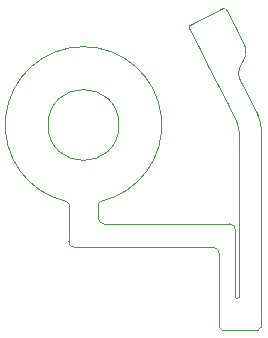
<source format=gbr>
%TF.GenerationSoftware,KiCad,Pcbnew,7.0.10*%
%TF.CreationDate,2024-11-13T10:28:54-08:00*%
%TF.ProjectId,ballBearingFPC241113,62616c6c-4265-4617-9269-6e6746504332,rev?*%
%TF.SameCoordinates,Original*%
%TF.FileFunction,Profile,NP*%
%FSLAX46Y46*%
G04 Gerber Fmt 4.6, Leading zero omitted, Abs format (unit mm)*
G04 Created by KiCad (PCBNEW 7.0.10) date 2024-11-13 10:28:54*
%MOMM*%
%LPD*%
G01*
G04 APERTURE LIST*
%TA.AperFunction,Profile*%
%ADD10C,0.100000*%
%TD*%
%TA.AperFunction,Profile*%
%ADD11C,0.050000*%
%TD*%
G04 APERTURE END LIST*
D10*
X13158881Y-1286532D02*
X13158881Y-286532D01*
X14997881Y-1286532D02*
X14997881Y-286532D01*
X14994422Y45599D02*
G75*
G03*
X14737644Y1088633I-1882022J89801D01*
G01*
X13318000Y3855600D02*
X14740400Y1087000D01*
X13495802Y5557399D02*
G75*
G03*
X13318001Y3855600I1189880J-984504D01*
G01*
X13495800Y5557400D02*
G75*
G03*
X13686239Y6791768I-938766J776708D01*
G01*
X12869057Y8395580D02*
X13686240Y6791768D01*
X13019266Y391365D02*
X12202083Y1995177D01*
X11384900Y3598989D02*
X12202083Y1995177D01*
X11384900Y3598989D02*
X10567717Y5202801D01*
X13158880Y-286532D02*
G75*
G03*
X13019265Y391365I-1715213J72D01*
G01*
X1750000Y-8168777D02*
X12358881Y-8168777D01*
X13158881Y-14366877D02*
X13158881Y-1286532D01*
X1250000Y-6475332D02*
X1250000Y-7668777D01*
X1407546Y-6279888D02*
G75*
G03*
X1250000Y-6475332I42454J-195442D01*
G01*
X11497881Y-10668777D02*
X11507000Y-15128400D01*
X13008881Y-14516881D02*
G75*
G03*
X13158881Y-14366877I19J149981D01*
G01*
X1407547Y-6279889D02*
G75*
G03*
X-1407546Y-6279889I-1407547J6479889D01*
G01*
X12858881Y-8668777D02*
X12858881Y-14366877D01*
X-750000Y-10168777D02*
X10997881Y-10168777D01*
X15007000Y-15128400D02*
X14997881Y-1286532D01*
X12858923Y-14366877D02*
G75*
G03*
X13008881Y-14516877I149977J-23D01*
G01*
X12858923Y-8668777D02*
G75*
G03*
X12358881Y-8168777I-500023J-23D01*
G01*
X9750534Y6806613D02*
X10567717Y5202801D01*
X-1250001Y-6475332D02*
G75*
G03*
X-1407546Y-6279891I-200000J-1D01*
G01*
X-1250000Y-9668777D02*
G75*
G03*
X-750000Y-10168777I500001J1D01*
G01*
X1250023Y-7668777D02*
G75*
G03*
X1750000Y-8168777I499977J-23D01*
G01*
X11497923Y-10668777D02*
G75*
G03*
X10997881Y-10168777I-500023J-23D01*
G01*
X3000000Y200000D02*
G75*
G03*
X-3000000Y200000I-3000000J0D01*
G01*
X-3000000Y200000D02*
G75*
G03*
X3000000Y200000I3000000J0D01*
G01*
X-1250000Y-6475332D02*
X-1250000Y-9668777D01*
X14997881Y-286532D02*
X14994400Y45600D01*
D11*
%TO.C,J5*%
X9750534Y6806613D02*
X8933351Y8410425D01*
X9020754Y8679425D02*
X11782874Y10086795D01*
X12051874Y9999392D02*
X12869057Y8395580D01*
X9020754Y8679425D02*
G75*
G03*
X8933351Y8410425I90800J-178202D01*
G01*
X12051873Y9999391D02*
G75*
G03*
X11782874Y10086794I-178201J-90797D01*
G01*
%TO.C,J1*%
X11507000Y-15128400D02*
X11507000Y-16928400D01*
X11707000Y-17128400D02*
X14807000Y-17128400D01*
X15007000Y-16928400D02*
X15007000Y-15128400D01*
X11507000Y-16928400D02*
G75*
G03*
X11707000Y-17128400I200001J1D01*
G01*
X14807000Y-17128400D02*
G75*
G03*
X15007000Y-16928400I0J200000D01*
G01*
%TD*%
M02*

</source>
